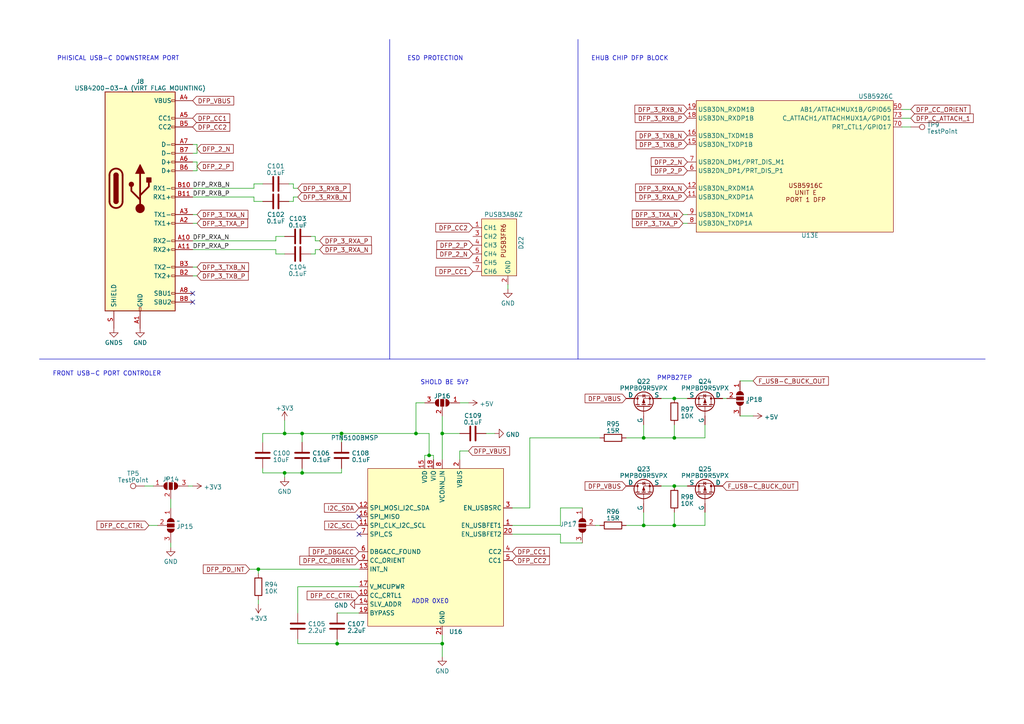
<source format=kicad_sch>
(kicad_sch (version 20230121) (generator eeschema)
  (paper "A4")
  (title_block (title "200W USB PD 3.1 HUB") (date "2023-10-03") (rev "A") (company "MICK MAKE") (comment 1 "THIS IS A 2X 100W USB PD SOURCE ") (comment 2 "HUB USB SPEC 3.1") (comment 3 "TOTAL SYSTEM POWER IS ~275w"))
  (lib_symbols
    (symbol "CARTHING:PTN5100"
      (property "Reference" "U" (at -20.32 24.13 0))
      (symbol "PTN5100_1_1"
        (rectangle (start -21.59 22.86) (end 17.78 -22.86) (fill (type background)))
        (pin output line (at 20.32 6.35 180) (length 2.54) (name "EN_USBFET1") (number "1"))
        (pin input line (at -24.13 -13.97 0) (length 2.54) (name "CC_CRTL1") (number "10"))
        (pin input line (at -24.13 6.35 0) (length 2.54) (name "SPI_CLK_I2C_SCL") (number "11"))
        (pin bidirectional line (at -24.13 11.43 0) (length 2.54) (name "SPI_MOSI_I2C_SDA") (number "12"))
        (pin output line (at -24.13 -6.35 0) (length 2.54) (name "INT_N") (number "13"))
        (pin input line (at -24.13 -16.51 0) (length 2.54) (name "SLV_ADDR") (number "14"))
        (pin power_in line (at -5.08 25.4 270) (length 2.54) (name "VDD") (number "15"))
        (pin output line (at -24.13 8.89 0) (length 2.54) (name "SPI_MISO") (number "16"))
        (pin output line (at -24.13 -11.43 0) (length 2.54) (name "V_MCUPWR") (number "17"))
        (pin power_in line (at -2.54 25.4 270) (length 2.54) (name "VIO") (number "18"))
        (pin unspecified line (at -24.13 -19.05 0) (length 2.54) (name "BYPASS") (number "19"))
        (pin power_in line (at 5.08 25.4 270) (length 2.54) (name "VBUS") (number "2"))
        (pin output line (at 20.32 3.81 180) (length 2.54) (name "EN_USBFET2") (number "20"))
        (pin power_in line (at 0 -25.4 90) (length 2.54) (name "GND") (number "21"))
        (pin output line (at 20.32 11.43 180) (length 2.54) (name "EN_USBSRC") (number "3"))
        (pin bidirectional line (at 20.32 -1.27 180) (length 2.54) (name "CC2") (number "4"))
        (pin bidirectional line (at 20.32 -3.81 180) (length 2.54) (name "CC1") (number "5"))
        (pin output line (at -24.13 -1.27 0) (length 2.54) (name "DBGACC_FOUND") (number "6"))
        (pin input line (at -24.13 3.81 0) (length 2.54) (name "SPI_CS") (number "7"))
        (pin input line (at 0 25.4 270) (length 2.54) (name "VCONN_IN") (number "8"))
        (pin output line (at -24.13 -3.81 0) (length 2.54) (name "CC_ORIENT") (number "9"))
      )
    )
    (symbol "CARTHING:PUSB3FR6"
      (property "Reference" "D" (at -1.27 8.89 0))
      (symbol "PUSB3FR6_1_1"
        (rectangle (start -5.08 7.62) (end 5.08 -8.89) (fill (type background)))
        (text "PUSB3FR6" (at 1.27 1.27 900) (effects (font (size 1.27 1.27))))
        (pin passive line (at -7.62 5.08 0) (length 2.54) (name "CH1") (number "1"))
        (pin power_in line (at 2.54 -11.43 90) (length 2.54) (name "GND") (number "2"))
        (pin passive line (at -7.62 2.54 0) (length 2.54) (name "CH2") (number "3"))
        (pin passive line (at -7.62 0 0) (length 2.54) (name "CH3") (number "4"))
        (pin passive line (at -7.62 -2.54 0) (length 2.54) (name "CH4") (number "5"))
        (pin passive line (at -7.62 -5.08 0) (length 2.54) (name "CH5") (number "6"))
        (pin passive line (at -7.62 -7.62 0) (length 2.54) (name "CH6") (number "7"))
      )
    )
    (symbol "CARTHING:USB5916C"
      (property "Reference" "U13" (at -1.27 12.3919 0))
      (property "Value" "~" (at -7.62 31.75 0))
      (symbol "USB5916C_1_1"
        (rectangle (start -16.51 11.43) (end 13.97 -20.32) (fill (type background)))
        (text "USB5916C\nUNIT A\nPOWER INPUT\n" (at -1.27 1.27 0) (effects (font (size 1.27 1.27))))
        (pin power_in line (at 16.51 8.89 180) (length 2.54) (name "VDD12") (number "10"))
        (pin power_in line (at -1.27 -22.86 90) (length 2.54) (name "VSS/GND") (number "101"))
        (pin power_in line (at 16.51 6.35 180) (length 2.54) (name "VDD12") (number "17"))
        (pin power_in line (at -19.05 8.89 0) (length 2.54) (name "VDD33") (number "2"))
        (pin power_in line (at 16.51 3.81 180) (length 2.54) (name "VDD12") (number "26"))
        (pin power_in line (at -19.05 3.81 0) (length 2.54) (name "VDD33") (number "27"))
        (pin power_in line (at 16.51 1.27 180) (length 2.54) (name "VDD12") (number "32"))
        (pin power_in line (at 16.51 -1.27 180) (length 2.54) (name "VDD12") (number "39"))
        (pin power_in line (at -19.05 1.27 0) (length 2.54) (name "VDD33") (number "42"))
        (pin power_in line (at 16.51 -3.81 180) (length 2.54) (name "VDD12") (number "47"))
        (pin power_in line (at -19.05 6.35 0) (length 2.54) (name "VDD33") (number "5"))
        (pin power_in line (at -19.05 -1.27 0) (length 2.54) (name "VDD33") (number "54"))
        (pin power_in line (at 16.51 -6.35 180) (length 2.54) (name "VDD12") (number "59"))
        (pin power_in line (at -19.05 -3.81 0) (length 2.54) (name "VDD33") (number "64"))
        (pin power_in line (at -19.05 -6.35 0) (length 2.54) (name "VDD33") (number "72"))
        (pin power_in line (at 16.51 -8.89 180) (length 2.54) (name "VDD12") (number "78"))
        (pin power_in line (at 16.51 -11.43 180) (length 2.54) (name "VDD12") (number "83"))
        (pin power_in line (at 16.51 -13.97 180) (length 2.54) (name "VDD12") (number "90"))
        (pin power_in line (at -19.05 -8.89 0) (length 2.54) (name "VDD33") (number "93"))
        (pin power_in line (at 16.51 -16.51 180) (length 2.54) (name "VDD12") (number "98"))
      )
      (symbol "USB5916C_2_1"
        (rectangle (start -26.67 11.43) (end 27.94 -13.97) (fill (type background)))
        (text "USB5916C\nUNIT B\nCONFIG & SUPPORT\n" (at -5.08 -1.27 0) (effects (font (size 1.27 1.27))))
        (pin input line (at -29.21 -8.89 0) (length 2.54) (name "RBAIS") (number "1"))
        (pin input line (at 30.48 -11.43 180) (length 2.54) (name "CFG_STRAP/GPIO12") (number "20"))
        (pin input line (at -29.21 -1.27 0) (length 2.54) (name "TESTEN") (number "23"))
        (pin input line (at -29.21 -3.81 0) (length 2.54) (name "RESET_N") (number "25"))
        (pin input line (at -29.21 8.89 0) (length 2.54) (name "XTALI/CLKIN") (number "3"))
        (pin input line (at -29.21 3.81 0) (length 2.54) (name "XTALO") (number "4"))
        (pin input line (at 30.48 8.89 180) (length 2.54) (name "HOST_TYPE0/GPIO23") (number "53"))
        (pin input line (at 30.48 6.35 180) (length 2.54) (name "HOST_TYPE1/GPIO67") (number "55"))
        (pin unspecified line (at 30.48 -1.27 180) (length 2.54) (name "CC_POL/GPIO71") (number "61"))
        (pin input line (at 30.48 1.27 180) (length 2.54) (name "ALT_MUX_EN/GPIO70") (number "63"))
        (pin input line (at 30.48 -6.35 180) (length 2.54) (name "SUSP_IND/GPIO68") (number "77"))
      )
      (symbol "USB5916C_3_1"
        (rectangle (start -34.29 11.43) (end 27.94 -6.35) (fill (type background)))
        (text "USB5916C\nUNIT C\nCOMMS & GPIO\n" (at 0 0 0) (effects (font (size 1.27 1.27))))
        (pin input line (at 30.48 7.62 180) (length 2.54) (name "SMBDATA/GPIO6/SDA") (number "47"))
        (pin input line (at -36.83 0 0) (length 2.54) (name "SPI_CLK/GPIO4") (number "65"))
        (pin input line (at -36.83 2.54 0) (length 2.54) (name "SPI_DO/GPIO5") (number "66"))
        (pin input line (at -36.83 5.08 0) (length 2.54) (name "SPI_DI/GPIO9/CFG_BC_EN") (number "67"))
        (pin input line (at -36.83 7.62 0) (length 2.54) (name "SPI_CE_N/GPIO7/CFG_NON_REM") (number "68"))
        (pin bidirectional line (at 30.48 0 180) (length 2.54) (name "GPIO69") (number "69"))
        (pin bidirectional line (at 30.48 -2.54 180) (length 2.54) (name "GPIO66") (number "71"))
        (pin input line (at 30.48 5.08 180) (length 2.54) (name "SMBCLK/GPIO8/SCL") (number "75"))
      )
      (symbol "USB5916C_4_1"
        (rectangle (start -26.67 11.43) (end 30.48 -26.67) (fill (type background)))
        (text "USB5916C\nUNIT D\nPORT 0/A UFP\n" (at 1.27 -2.54 0) (effects (font (size 1.27 1.27))))
        (pin unspecified line (at 33.02 -24.13 180) (length 2.54) (name "USB3UP_RXDMA") (number "100"))
        (pin input line (at -29.21 -19.05 0) (length 2.54) (name "VBUS_DET") (number "24"))
        (pin unspecified line (at -29.21 -24.13 0) (length 2.54) (name "AB0/ATTCHMUX0B/GPIO3") (number "60"))
        (pin input line (at -29.21 -21.59 0) (length 2.54) (name "C_ATTACH0/ATTACHMUX0A/GPIO64") (number "76"))
        (pin unspecified line (at 33.02 8.89 180) (length 2.54) (name "USB3UP_TXDPB") (number "81"))
        (pin unspecified line (at 33.02 6.35 180) (length 2.54) (name "USB3UP_TXDMB") (number "82"))
        (pin unspecified line (at 33.02 1.27 180) (length 2.54) (name "USB3UP_RXDPB") (number "84"))
        (pin unspecified line (at 33.02 -1.27 180) (length 2.54) (name "USB3UP_RXDMB") (number "85"))
        (pin unspecified line (at 33.02 -6.35 180) (length 2.54) (name "USB2UP_DP") (number "94"))
        (pin unspecified line (at 33.02 -8.89 180) (length 2.54) (name "USB2UP_DM") (number "95"))
        (pin unspecified line (at 33.02 -13.97 180) (length 2.54) (name "USB3UP_TXDPA") (number "96"))
        (pin unspecified line (at 33.02 -16.51 180) (length 2.54) (name "USB3UP_TXDMA") (number "97"))
        (pin unspecified line (at 33.02 -21.59 180) (length 2.54) (name "USB3UP_RXDPA") (number "99"))
      )
      (symbol "USB5916C_5_1"
        (rectangle (start -25.4 11.43) (end 31.75 -26.67) (fill (type background)))
        (text "USB5916C\nUNIT E\nPORT 1 DFP\n" (at 0 0 0) (effects (font (size 1.27 1.27))))
        (pin unspecified line (at 34.29 1.27 180) (length 2.54) (name "USB3DN_RXDP1A") (number "11"))
        (pin unspecified line (at 34.29 -1.27 180) (length 2.54) (name "USB3DN_RXDM1A") (number "12"))
        (pin unspecified line (at 34.29 -13.97 180) (length 2.54) (name "USB3DN_TXDP1B") (number "15"))
        (pin unspecified line (at 34.29 -16.51 180) (length 2.54) (name "USB3DN_TXDM1B") (number "16"))
        (pin unspecified line (at 34.29 -21.59 180) (length 2.54) (name "USB3DN_RXDP1B") (number "18"))
        (pin unspecified line (at 34.29 -24.13 180) (length 2.54) (name "USB3DN_RXDM1B") (number "19"))
        (pin unspecified line (at -27.94 -24.13 0) (length 2.54) (name "AB1/ATTACHMUX1B/GPIO65") (number "50"))
        (pin unspecified line (at 34.29 -6.35 180) (length 2.54) (name "USB2DN_DP1/PRT_DIS_P1") (number "6"))
        (pin unspecified line (at 34.29 -8.89 180) (length 2.54) (name "USB2DN_DM1/PRT_DIS_M1") (number "7"))
        (pin unspecified line (at -27.94 -19.05 0) (length 2.54) (name "PRT_CTL1/GPIO17") (number "70"))
        (pin input line (at -27.94 -21.59 0) (length 2.54) (name "C_ATTACH1/ATTACHMUX1A/GPIO1") (number "73"))
        (pin unspecified line (at 34.29 8.89 180) (length 2.54) (name "USB3DN_TXDP1A") (number "8"))
        (pin unspecified line (at 34.29 6.35 180) (length 2.54) (name "USB3DN_TXDM1A") (number "9"))
      )
      (symbol "USB5916C_6_1"
        (rectangle (start -17.78 11.43) (end 19.05 -11.43) (fill (type background)))
        (text "USB5916C\nUNIT F\nPORT 2 DFP\n" (at -10.16 0 0) (effects (font (size 1.27 1.27))))
        (pin unspecified line (at 21.59 8.89 180) (length 2.54) (name "USB2DN_DP2/PRT_DIS_P2") (number "28"))
        (pin unspecified line (at 21.59 6.35 180) (length 2.54) (name "USB2DN_DM2/PRT_DIS_M2") (number "29"))
        (pin unspecified line (at 21.59 1.27 180) (length 2.54) (name "USB3DN_TXDP2") (number "30"))
        (pin unspecified line (at 21.59 -1.27 180) (length 2.54) (name "USB3DN_TXDM2") (number "31"))
        (pin unspecified line (at 21.59 -6.35 180) (length 2.54) (name "USB3DN_RXDP2") (number "33"))
        (pin unspecified line (at 21.59 -8.89 180) (length 2.54) (name "USB3DN_RXDM2") (number "34"))
        (pin unspecified line (at -20.32 -8.89 0) (length 2.54) (name "PRT_CTL2/GPIO19") (number "58"))
      )
      (symbol "USB5916C_7_1"
        (rectangle (start -22.86 11.43) (end 24.13 -11.43) (fill (type background)))
        (text "USB5916C\nUNIT G\nPORT 3 DFP\n" (at -5.08 0 0) (effects (font (size 1.27 1.27))))
        (pin unspecified line (at 26.67 8.89 180) (length 2.54) (name "USB2DN_DP3/PRT_DIS_P3") (number "35"))
        (pin unspecified line (at 26.67 6.35 180) (length 2.54) (name "USB2DN_DM3/PRT_DIS_M3") (number "36"))
        (pin unspecified line (at 26.67 1.27 180) (length 2.54) (name "USB3DN_TXDP3") (number "37"))
        (pin unspecified line (at 26.67 -1.27 180) (length 2.54) (name "USB3DN_TXDM3") (number "38"))
        (pin unspecified line (at 26.67 -6.35 180) (length 2.54) (name "USB3DN_RXDP3") (number "40"))
        (pin unspecified line (at 26.67 -8.89 180) (length 2.54) (name "USB3DN_RXDM3") (number "41"))
        (pin unspecified line (at -25.4 -8.89 0) (length 2.54) (name "PRT_CTL3/GANG_PWR/GPIO20") (number "57"))
      )
      (symbol "USB5916C_8_1"
        (rectangle (start -17.78 11.43) (end 19.05 -11.43) (fill (type background)))
        (text "USB5916C\nUNIT H\nPORT 4 DFP\n" (at -10.16 0 0) (effects (font (size 1.27 1.27))))
        (pin unspecified line (at 21.59 8.89 180) (length 2.54) (name "USB2DN_DP4/PRT_DIS_P4") (number "43"))
        (pin unspecified line (at 21.59 6.35 180) (length 2.54) (name "USB2DN_DM4/PRT_DIS_M4") (number "44"))
        (pin unspecified line (at 21.59 1.27 180) (length 2.54) (name "USB3DN_TXDP4") (number "45"))
        (pin unspecified line (at 21.59 -1.27 180) (length 2.54) (name "USB3DN_TXDM4") (number "46"))
        (pin unspecified line (at 21.59 -6.35 180) (length 2.54) (name "USB3DN_RXDP4") (number "48"))
        (pin unspecified line (at 21.59 -8.89 180) (length 2.54) (name "USB3DN_RXDM4") (number "49"))
        (pin unspecified line (at -20.32 -8.89 0) (length 2.54) (name "PRT_CTL4/GPIO21") (number "52"))
      )
      (symbol "USB5916C_9_1"
        (rectangle (start -17.78 11.43) (end 19.05 -11.43) (fill (type background)))
        (text "USB5916C\nUNIT I\nPORT 5 DFP\n" (at -10.16 0 0) (effects (font (size 1.27 1.27))))
        (pin unspecified line (at -20.32 -8.89 0) (length 2.54) (name "PRT_CTL5/GPIO22") (number "51"))
        (pin unspecified line (at 21.59 8.89 180) (length 2.54) (name "USB2DN_D5/PRT_DIS_P5") (number "86"))
        (pin unspecified line (at 21.59 6.35 180) (length 2.54) (name "USB2DN_DM5/PRT_DIS_M5") (number "87"))
        (pin unspecified line (at 21.59 1.27 180) (length 2.54) (name "USB3DN_TXDP5") (number "88"))
        (pin unspecified line (at 21.59 -1.27 180) (length 2.54) (name "USB3DN_TXDM5") (number "89"))
        (pin unspecified line (at 21.59 -6.35 180) (length 2.54) (name "USB3DN_RXDP5") (number "91"))
        (pin unspecified line (at 21.59 -8.89 180) (length 2.54) (name "USB3DN_RXDM5") (number "92"))
      )
      (symbol "USB5916C_10_1"
        (rectangle (start -20.32 11.43) (end 21.59 -1.27) (fill (type background)))
        (text "USB5916C\nUNIT J\nPORT 6 DFP\nUSB2 ONLY\n" (at -12.7 6.35 0) (effects (font (size 1.27 1.27))))
        (pin unspecified line (at 24.13 6.35 180) (length 2.54) (name "USB2DN_DP6/PRT_DIS_P6") (number "13"))
        (pin unspecified line (at 24.13 8.89 180) (length 2.54) (name "USB2DN_DM6/PRT_DIS_M6") (number "14"))
        (pin unspecified line (at 24.13 1.27 180) (length 2.54) (name "PRT_CTL6/GPIO18") (number "62"))
      )
    )
    (symbol "Connector:TestPoint" (pin_numbers hide) (pin_names (offset 0.762) hide)
      (property "Reference" "TP" (at 0 6.858 0))
      (property "Value" "TestPoint" (at 0 5.08 0))
      (symbol "TestPoint_0_1"
        (circle (center 0 3.302) (radius 0.762))
      )
      (symbol "TestPoint_1_1"
        (pin passive line (at 0 0 90) (length 2.54) (name "1") (number "1"))
      )
    )
    (symbol "Connector:USB_C_Receptacle" (pin_names (offset 1.016))
      (property "Reference" "J8" (at 0 30.9499 0))
      (property "Value" "USB4200-03-A (VIRT FLAG MOUNTING)" (at 0 29.0289 0))
      (symbol "USB_C_Receptacle_0_0"
        (rectangle (start -0.254 -35.56) (end 0.254 -34.544))
        (rectangle (start 10.16 -32.766) (end 9.144 -33.274))
        (rectangle (start 10.16 -30.226) (end 9.144 -30.734))
        (rectangle (start 10.16 -25.146) (end 9.144 -25.654))
        (rectangle (start 10.16 -22.606) (end 9.144 -23.114))
        (rectangle (start 10.16 -17.526) (end 9.144 -18.034))
        (rectangle (start 10.16 -14.986) (end 9.144 -15.494))
        (rectangle (start 10.16 -9.906) (end 9.144 -10.414))
        (rectangle (start 10.16 -7.366) (end 9.144 -7.874))
        (rectangle (start 10.16 -2.286) (end 9.144 -2.794))
        (rectangle (start 10.16 0.254) (end 9.144 -0.254))
        (rectangle (start 10.16 5.334) (end 9.144 4.826))
        (rectangle (start 10.16 7.874) (end 9.144 7.366))
        (rectangle (start 10.16 10.414) (end 9.144 9.906))
        (rectangle (start 10.16 12.954) (end 9.144 12.446))
        (rectangle (start 10.16 18.034) (end 9.144 17.526))
        (rectangle (start 10.16 20.574) (end 9.144 20.066))
        (rectangle (start 10.16 25.654) (end 9.144 25.146))
      )
      (symbol "USB_C_Receptacle_0_1"
        (rectangle (start -10.16 27.94) (end 10.16 -35.56) (stroke (width 0.254)) (fill (type background)))
        (arc (start -8.89 -3.81) (mid -6.985 -5.7067) (end -5.08 -3.81) (stroke (width 0.508)))
        (arc (start -7.62 -3.81) (mid -6.985 -4.4423) (end -6.35 -3.81) (stroke (width 0.254)))
        (arc (start -7.62 -3.81) (mid -6.985 -4.4423) (end -6.35 -3.81) (stroke (width 0.254)) (fill (type outline)))
        (rectangle (start -7.62 -3.81) (end -6.35 3.81) (stroke (width 0.254)) (fill (type outline)))
        (arc (start -6.35 3.81) (mid -6.985 4.4423) (end -7.62 3.81) (stroke (width 0.254)))
        (arc (start -6.35 3.81) (mid -6.985 4.4423) (end -7.62 3.81) (stroke (width 0.254)) (fill (type outline)))
        (arc (start -5.08 3.81) (mid -6.985 5.7067) (end -8.89 3.81) (stroke (width 0.508)))
        (polyline (pts (xy -8.89 -3.81) (xy -8.89 3.81)) (stroke (width 0.508)))
        (polyline (pts (xy -5.08 3.81) (xy -5.08 -3.81)) (stroke (width 0.508)))
      )
      (symbol "USB_C_Receptacle_1_1"
        (circle (center -2.54 1.143) (radius 0.635) (stroke (width 0.254)) (fill (type outline)))
        (circle (center 0 -5.842) (radius 1.27) (fill (type outline)))
        (polyline (pts (xy 0 -5.842) (xy 0 4.318)) (stroke (width 0.508)))
        (polyline (pts (xy 0 -3.302) (xy -2.54 -0.762) (xy -2.54 0.508)) (stroke (width 0.508)))
        (polyline (pts (xy 0 -2.032) (xy 2.54 0.508) (xy 2.54 1.778)) (stroke (width 0.508)))
        (polyline (pts (xy -1.27 4.318) (xy 0 6.858) (xy 1.27 4.318) (xy -1.27 4.318)) (stroke (width 0.254)) (fill (type outline)))
        (rectangle (start 1.905 1.778) (end 3.175 3.048) (stroke (width 0.254)) (fill (type outline)))
        (pin passive line (at 0 -40.64 90) (length 5.08) (name "GND") (number "A1"))
        (pin bidirectional line (at 15.24 -15.24 180) (length 5.08) (name "RX2-") (number "A10"))
        (pin bidirectional line (at 15.24 -17.78 180) (length 5.08) (name "RX2+") (number "A11"))
        (pin passive line (at 0 -40.64 90) (length 5.08) hide (name "GND") (number "A12"))
        (pin bidirectional line (at 15.24 -10.16 180) (length 5.08) (name "TX1+") (number "A2"))
        (pin bidirectional line (at 15.24 -7.62 180) (length 5.08) (name "TX1-") (number "A3"))
        (pin passive line (at 15.24 25.4 180) (length 5.08) (name "VBUS") (number "A4"))
        (pin bidirectional line (at 15.24 20.32 180) (length 5.08) (name "CC1") (number "A5"))
        (pin bidirectional line (at 15.24 7.62 180) (length 5.08) (name "D+") (number "A6"))
        (pin bidirectional line (at 15.24 12.7 180) (length 5.08) (name "D-") (number "A7"))
        (pin bidirectional line (at 15.24 -30.48 180) (length 5.08) (name "SBU1") (number "A8"))
        (pin passive line (at 15.24 25.4 180) (length 5.08) hide (name "VBUS") (number "A9"))
        (pin passive line (at 0 -40.64 90) (length 5.08) hide (name "GND") (number "B1"))
        (pin bidirectional line (at 15.24 0 180) (length 5.08) (name "RX1-") (number "B10"))
        (pin bidirectional line (at 15.24 -2.54 180) (length 5.08) (name "RX1+") (number "B11"))
        (pin passive line (at 0 -40.64 90) (length 5.08) hide (name "GND") (number "B12"))
        (pin bidirectional line (at 15.24 -25.4 180) (length 5.08) (name "TX2+") (number "B2"))
        (pin bidirectional line (at 15.24 -22.86 180) (length 5.08) (name "TX2-") (number "B3"))
        (pin passive line (at 15.24 25.4 180) (length 5.08) hide (name "VBUS") (number "B4"))
        (pin bidirectional line (at 15.24 17.78 180) (length 5.08) (name "CC2") (number "B5"))
        (pin bidirectional line (at 15.24 5.08 180) (length 5.08) (name "D+") (number "B6"))
        (pin bidirectional line (at 15.24 10.16 180) (length 5.08) (name "D-") (number "B7"))
        (pin bidirectional line (at 15.24 -33.02 180) (length 5.08) (name "SBU2") (number "B8"))
        (pin passive line (at 15.24 25.4 180) (length 5.08) hide (name "VBUS") (number "B9"))
        (pin passive line (at -7.62 -40.64 90) (length 5.08) (name "SHIELD") (number "S"))
      )
    )
    (symbol "Device:C" (pin_numbers hide) (pin_names (offset 0.254))
      (property "Reference" "C" (at 0.635 2.54 0))
      (property "Value" "C" (at 0.635 -2.54 0))
      (symbol "C_0_1"
        (polyline (pts (xy -2.032 -0.762) (xy 2.032 -0.762)) (stroke (width 0.508)))
        (polyline (pts (xy -2.032 0.762) (xy 2.032 0.762)) (stroke (width 0.508)))
      )
      (symbol "C_1_1"
        (pin passive line (at 0 3.81 270) (length 2.794) (name "~") (number "1"))
        (pin passive line (at 0 -3.81 90) (length 2.794) (name "~") (number "2"))
      )
    )
    (symbol "Device:R" (pin_numbers hide) (pin_names (offset 0))
      (property "Reference" "R" (at 2.032 0 90))
      (property "Value" "R" (at 0 0 90))
      (symbol "R_0_1"
        (rectangle (start -1.016 -2.54) (end 1.016 2.54) (stroke (width 0.254)))
      )
      (symbol "R_1_1"
        (pin passive line (at 0 3.81 270) (length 1.27) (name "~") (number "1"))
        (pin passive line (at 0 -3.81 90) (length 1.27) (name "~") (number "2"))
      )
    )
    (symbol "Jumper:SolderJumper_3_Open" (pin_names (offset 0) hide)
      (property "Reference" "JP" (at -2.54 -2.54 0))
      (property "Value" "SolderJumper_3_Open" (at 0 2.794 0))
      (symbol "SolderJumper_3_Open_0_1"
        (arc (start -1.016 1.016) (mid -2.0276 0) (end -1.016 -1.016))
        (arc (start -1.016 1.016) (mid -2.0276 0) (end -1.016 -1.016) (fill (type outline)))
        (rectangle (start -0.508 1.016) (end 0.508 -1.016) (fill (type outline)))
        (polyline (pts (xy -2.54 0) (xy -2.032 0)))
        (polyline (pts (xy -1.016 1.016) (xy -1.016 -1.016)))
        (polyline (pts (xy 0 -1.27) (xy 0 -1.016)))
        (polyline (pts (xy 1.016 1.016) (xy 1.016 -1.016)))
        (polyline (pts (xy 2.54 0) (xy 2.032 0)))
        (arc (start 1.016 -1.016) (mid 2.0276 0) (end 1.016 1.016))
        (arc (start 1.016 -1.016) (mid 2.0276 0) (end 1.016 1.016) (fill (type outline)))
      )
      (symbol "SolderJumper_3_Open_1_1"
        (pin passive line (at -5.08 0 0) (length 2.54) (name "A") (number "1"))
        (pin passive line (at 0 -3.81 90) (length 2.54) (name "C") (number "2"))
        (pin passive line (at 5.08 0 180) (length 2.54) (name "B") (number "3"))
      )
    )
    (symbol "Simulation_SPICE:PMOS" (pin_numbers hide) (pin_names (offset 0))
      (property "Reference" "Q22" (at 7.4549 0 90))
      (property "Value" "PMOS" (at 5.5339 0 90))
      (symbol "PMOS_0_1"
        (polyline (pts (xy 0.254 0) (xy -2.54 0)))
        (polyline (pts (xy 0.254 1.905) (xy 0.254 -1.905)) (stroke (width 0.254)))
        (polyline (pts (xy 0.762 -1.27) (xy 0.762 -2.286)) (stroke (width 0.254)))
        (polyline (pts (xy 0.762 0.508) (xy 0.762 -0.508)) (stroke (width 0.254)))
        (polyline (pts (xy 0.762 2.286) (xy 0.762 1.27)) (stroke (width 0.254)))
        (polyline (pts (xy 2.54 2.54) (xy 2.54 1.778)))
        (polyline (pts (xy 2.54 -2.54) (xy 2.54 0) (xy 0.762 0)))
        (polyline (pts (xy 0.762 1.778) (xy 3.302 1.778) (xy 3.302 -1.778) (xy 0.762 -1.778)))
        (polyline (pts (xy 2.286 0) (xy 1.27 0.381) (xy 1.27 -0.381) (xy 2.286 0)) (fill (type outline)))
        (polyline (pts (xy 2.794 -0.508) (xy 2.921 -0.381) (xy 3.683 -0.381) (xy 3.81 -0.254)))
        (polyline (pts (xy 3.302 -0.381) (xy 2.921 0.254) (xy 3.683 0.254) (xy 3.302 -0.381)))
        (circle (center 1.651 0) (radius 2.794) (stroke (width 0.254)))
        (circle (center 2.54 -1.778) (radius 0.254) (fill (type outline)))
        (circle (center 2.54 1.778) (radius 0.254) (fill (type outline)))
      )
      (symbol "PMOS_1_1"
        (pin passive line (at 2.54 5.08 270) (length 2.54) (name "D") (number "1"))
        (pin passive line (at 2.54 5.08 270) (length 2.54) (name "D") (number "2"))
        (pin input line (at -5.08 0 0) (length 2.54) (name "G") (number "3"))
        (pin passive line (at 2.54 -5.08 90) (length 2.54) (name "S") (number "4"))
        (pin passive line (at 2.54 5.08 270) (length 2.54) (name "D") (number "5"))
        (pin passive line (at 2.54 5.08 270) (length 2.54) (name "D") (number "6"))
        (pin passive line (at 2.54 5.08 270) (length 2.54) (name "D") (number "7"))
        (pin passive line (at 2.54 -5.08 90) (length 2.54) (name "S") (number "8"))
      )
    )
    (symbol "power:+3V3" (power) (pin_names (offset 0))
      (property "Value" "+3V3" (at 0 3.556 0))
      (symbol "+3V3_0_1"
        (polyline (pts (xy -0.762 1.27) (xy 0 2.54)))
        (polyline (pts (xy 0 0) (xy 0 2.54)))
        (polyline (pts (xy 0 2.54) (xy 0.762 1.27)))
      )
      (symbol "+3V3_1_1"
        (pin power_in line (at 0 0 90) (length 0) hide (name "+3V3") (number "1"))
      )
    )
    (symbol "power:+5V" (power) (pin_names (offset 0))
      (property "Value" "+5V" (at 0 3.556 0))
      (symbol "+5V_0_1"
        (polyline (pts (xy -0.762 1.27) (xy 0 2.54)))
        (polyline (pts (xy 0 0) (xy 0 2.54)))
        (polyline (pts (xy 0 2.54) (xy 0.762 1.27)))
      )
      (symbol "+5V_1_1"
        (pin power_in line (at 0 0 90) (length 0) hide (name "+5V") (number "1"))
      )
    )
    (symbol "power:GND" (power) (pin_names (offset 0))
      (property "Value" "GND" (at 0 -3.81 0))
      (symbol "GND_0_1"
        (polyline (pts (xy 0 0) (xy 0 -1.27) (xy 1.27 -1.27) (xy 0 -2.54) (xy -1.27 -1.27) (xy 0 -1.27)))
      )
      (symbol "GND_1_1"
        (pin power_in line (at 0 0 270) (length 0) hide (name "GND") (number "1"))
      )
    )
    (symbol "power:GNDS" (power) (pin_names (offset 0))
      (property "Value" "GNDS" (at 0 -3.81 0))
      (symbol "GNDS_0_1"
        (polyline (pts (xy 0 0) (xy 0 -1.27) (xy 1.27 -1.27) (xy 0 -2.54) (xy -1.27 -1.27) (xy 0 -1.27)))
      )
      (symbol "GNDS_1_1"
        (pin power_in line (at 0 0 270) (length 0) hide (name "GNDS") (number "1"))
      )
    )
  )
  (junction (at 128.27 186.69))
  (junction (at 74.93 165.1))
  (junction (at 87.63 137.16))
  (junction (at 97.79 186.69))
  (junction (at 195.58 127))
  (junction (at 87.63 125.73))
  (junction (at 128.27 125.73))
  (junction (at 82.55 125.73))
  (junction (at 195.58 115.57))
  (junction (at 186.69 127))
  (junction (at 120.65 125.73))
  (junction (at 195.58 152.4))
  (junction (at 124.46 132.08))
  (junction (at 99.06 125.73))
  (junction (at 195.58 140.97))
  (junction (at 82.55 137.16))
  (junction (at 186.69 152.4))
  (no_connect (at 55.88 87.63))
  (no_connect (at 104.14 149.86))
  (no_connect (at 104.14 154.94))
  (no_connect (at 55.88 85.09))
  (wire (pts (xy 57.15 44.45) (xy 57.15 41.91)))
  (wire (pts (xy 55.88 69.85) (xy 80.01 69.85)))
  (wire (pts (xy 43.18 152.4) (xy 45.72 152.4)))
  (wire (pts (xy 124.46 132.08) (xy 123.19 132.08)))
  (wire (pts (xy 148.59 152.4) (xy 162.56 152.4)))
  (wire (pts (xy 172.72 152.4) (xy 173.99 152.4)))
  (wire (pts (xy 55.88 57.15) (xy 73.66 57.15)))
  (wire (pts (xy 198.12 62.23) (xy 199.39 62.23)))
  (wire (pts (xy 55.88 77.47) (xy 57.15 77.47)))
  (wire (pts (xy 55.88 80.01) (xy 57.15 80.01)))
  (wire (pts (xy 82.55 137.16) (xy 82.55 138.43)))
  (wire (pts (xy 195.58 148.59) (xy 195.58 152.4)))
  (wire (pts (xy 133.35 130.81) (xy 135.89 130.81)))
  (wire (pts (xy 41.91 140.97) (xy 44.45 140.97)))
  (wire (pts (xy 57.15 46.99) (xy 55.88 46.99)))
  (wire (pts (xy 186.69 148.59) (xy 186.69 152.4)))
  (wire (pts (xy 74.93 165.1) (xy 74.93 166.37)))
  (wire (pts (xy 72.39 165.1) (xy 74.93 165.1)))
  (wire (pts (xy 82.55 137.16) (xy 87.63 137.16)))
  (wire (pts (xy 128.27 120.65) (xy 128.27 125.73)))
  (wire (pts (xy 204.47 152.4) (xy 195.58 152.4)))
  (wire (pts (xy 261.62 34.29) (xy 264.16 34.29)))
  (wire (pts (xy 133.35 133.35) (xy 133.35 130.81)))
  (wire (pts (xy 49.53 144.78) (xy 49.53 147.32)))
  (wire (pts (xy 191.77 140.97) (xy 195.58 140.97)))
  (wire (pts (xy 91.44 73.66) (xy 91.44 72.39)))
  (wire (pts (xy 133.35 116.84) (xy 135.89 116.84)))
  (wire (pts (xy 120.65 116.84) (xy 120.65 125.73)))
  (wire (pts (xy 195.58 123.19) (xy 195.58 127)))
  (wire (pts (xy 55.88 62.23) (xy 57.15 62.23)))
  (wire (pts (xy 55.88 49.53) (xy 57.15 49.53)))
  (wire (pts (xy 76.2 125.73) (xy 82.55 125.73)))
  (wire (pts (xy 195.58 127) (xy 204.47 127)))
  (wire (pts (xy 204.47 148.59) (xy 204.47 152.4)))
  (wire (pts (xy 91.44 68.58) (xy 91.44 69.85)))
  (wire (pts (xy 55.88 72.39) (xy 80.01 72.39)))
  (wire (pts (xy 86.36 186.69) (xy 97.79 186.69)))
  (wire (pts (xy 120.65 125.73) (xy 124.46 125.73)))
  (wire (pts (xy 57.15 49.53) (xy 57.15 46.99)))
  (wire (pts (xy 55.88 54.61) (xy 73.66 54.61)))
  (wire (pts (xy 123.19 132.08) (xy 123.19 133.35)))
  (wire (pts (xy 80.01 69.85) (xy 80.01 68.58)))
  (polyline (pts (xy 11.43 104.14) (xy 285.75 104.14)))
  (wire (pts (xy 99.06 137.16) (xy 99.06 135.89)))
  (wire (pts (xy 186.69 127) (xy 195.58 127)))
  (wire (pts (xy 91.44 72.39) (xy 92.71 72.39)))
  (wire (pts (xy 140.97 125.73) (xy 143.51 125.73)))
  (wire (pts (xy 49.53 157.48) (xy 49.53 158.75)))
  (wire (pts (xy 80.01 73.66) (xy 82.55 73.66)))
  (wire (pts (xy 87.63 137.16) (xy 99.06 137.16)))
  (wire (pts (xy 97.79 177.8) (xy 104.14 177.8)))
  (wire (pts (xy 74.93 165.1) (xy 104.14 165.1)))
  (wire (pts (xy 125.73 132.08) (xy 124.46 132.08)))
  (wire (pts (xy 54.61 140.97) (xy 55.88 140.97)))
  (wire (pts (xy 83.82 53.34) (xy 85.09 53.34)))
  (wire (pts (xy 73.66 57.15) (xy 73.66 58.42)))
  (wire (pts (xy 148.59 154.94) (xy 162.56 154.94)))
  (wire (pts (xy 87.63 125.73) (xy 99.06 125.73)))
  (wire (pts (xy 87.63 135.89) (xy 87.63 137.16)))
  (wire (pts (xy 128.27 186.69) (xy 128.27 190.5)))
  (wire (pts (xy 162.56 152.4) (xy 162.56 147.32)))
  (wire (pts (xy 55.88 64.77) (xy 57.15 64.77)))
  (wire (pts (xy 162.56 157.48) (xy 168.91 157.48)))
  (wire (pts (xy 90.17 68.58) (xy 91.44 68.58)))
  (wire (pts (xy 76.2 137.16) (xy 82.55 137.16)))
  (wire (pts (xy 195.58 152.4) (xy 186.69 152.4)))
  (wire (pts (xy 76.2 53.34) (xy 73.66 53.34)))
  (wire (pts (xy 261.62 31.75) (xy 264.16 31.75)))
  (wire (pts (xy 148.59 147.32) (xy 153.67 147.32)))
  (wire (pts (xy 198.12 64.77) (xy 199.39 64.77)))
  (wire (pts (xy 191.77 115.57) (xy 195.58 115.57)))
  (wire (pts (xy 86.36 185.42) (xy 86.36 186.69)))
  (wire (pts (xy 99.06 125.73) (xy 120.65 125.73)))
  (wire (pts (xy 214.63 110.49) (xy 218.44 110.49)))
  (wire (pts (xy 147.32 82.55) (xy 147.32 83.82)))
  (wire (pts (xy 123.19 116.84) (xy 120.65 116.84)))
  (wire (pts (xy 186.69 152.4) (xy 181.61 152.4)))
  (wire (pts (xy 153.67 127) (xy 173.99 127)))
  (wire (pts (xy 73.66 53.34) (xy 73.66 54.61)))
  (wire (pts (xy 86.36 177.8) (xy 86.36 170.18)))
  (wire (pts (xy 87.63 125.73) (xy 87.63 128.27)))
  (wire (pts (xy 83.82 58.42) (xy 85.09 58.42)))
  (wire (pts (xy 85.09 53.34) (xy 85.09 54.61)))
  (wire (pts (xy 186.69 123.19) (xy 186.69 127)))
  (wire (pts (xy 214.63 120.65) (xy 218.44 120.65)))
  (wire (pts (xy 195.58 140.97) (xy 199.39 140.97)))
  (wire (pts (xy 85.09 57.15) (xy 86.36 57.15)))
  (wire (pts (xy 82.55 121.92) (xy 82.55 125.73)))
  (wire (pts (xy 162.56 147.32) (xy 168.91 147.32)))
  (wire (pts (xy 181.61 127) (xy 186.69 127)))
  (wire (pts (xy 128.27 125.73) (xy 133.35 125.73)))
  (wire (pts (xy 97.79 186.69) (xy 128.27 186.69)))
  (wire (pts (xy 73.66 58.42) (xy 76.2 58.42)))
  (wire (pts (xy 80.01 72.39) (xy 80.01 73.66)))
  (wire (pts (xy 86.36 170.18) (xy 104.14 170.18)))
  (wire (pts (xy 99.06 125.73) (xy 99.06 128.27)))
  (wire (pts (xy 261.62 36.83) (xy 264.16 36.83)))
  (polyline (pts (xy 167.64 11.43) (xy 167.64 104.14)))
  (wire (pts (xy 76.2 128.27) (xy 76.2 125.73)))
  (wire (pts (xy 55.88 44.45) (xy 57.15 44.45)))
  (wire (pts (xy 153.67 147.32) (xy 153.67 127)))
  (polyline (pts (xy 113.03 11.43) (xy 113.03 104.14)))
  (wire (pts (xy 195.58 115.57) (xy 199.39 115.57)))
  (wire (pts (xy 76.2 135.89) (xy 76.2 137.16)))
  (wire (pts (xy 128.27 184.15) (xy 128.27 186.69)))
  (wire (pts (xy 80.01 68.58) (xy 82.55 68.58)))
  (wire (pts (xy 209.55 115.57) (xy 210.82 115.57)))
  (wire (pts (xy 162.56 154.94) (xy 162.56 157.48)))
  (wire (pts (xy 82.55 125.73) (xy 87.63 125.73)))
  (wire (pts (xy 124.46 125.73) (xy 124.46 132.08)))
  (wire (pts (xy 97.79 185.42) (xy 97.79 186.69)))
  (wire (pts (xy 57.15 41.91) (xy 55.88 41.91)))
  (wire (pts (xy 85.09 58.42) (xy 85.09 57.15)))
  (wire (pts (xy 90.17 73.66) (xy 91.44 73.66)))
  (wire (pts (xy 125.73 133.35) (xy 125.73 132.08)))
  (wire (pts (xy 128.27 125.73) (xy 128.27 133.35)))
  (wire (pts (xy 85.09 54.61) (xy 86.36 54.61)))
  (wire (pts (xy 91.44 69.85) (xy 92.71 69.85)))
  (wire (pts (xy 204.47 127) (xy 204.47 123.19)))
  (wire (pts (xy 74.93 173.99) (xy 74.93 175.26)))
  (text "PHISICAL USB-C DOWNSTREAM PORT" (at 16.51 17.78 0) (effects (font (size 1.27 1.27)) (justify left bottom)))
  (text "PMPB27EP\n" (at 190.5 110.49 0) (effects (font (size 1.27 1.27)) (justify left bottom)))
  (text "FRONT USB-C PORT CONTROLER" (at 15.24 109.22 0) (effects (font (size 1.27 1.27)) (justify left bottom)))
  (text "EHUB CHIP DFP BLOCK" (at 171.45 17.78 0) (effects (font (size 1.27 1.27)) (justify left bottom)))
  (text "SHOLD BE 5V?" (at 121.92 111.76 0) (effects (font (size 1.27 1.27)) (justify left bottom)))
  (text "ADDR 0XE0" (at 119.38 175.26 0) (effects (font (size 1.27 1.27)) (justify left bottom)))
  (text "ESD PROTECTION" (at 118.11 17.78 0) (effects (font (size 1.27 1.27)) (justify left bottom)))
  (label "DFP_RXB_N" (at 55.88 54.61 0))
  (label "DFP_RXA_P" (at 55.88 72.39 0))
  (label "DFP_RXB_P" (at 55.88 57.15 0))
  (label "DFP_RXA_N" (at 55.88 69.85 0))
  (global_label "DFP_3_TXB_P" (shape input) (at 57.15 80.01 0) (property "Intersheetrefs" "${INTERSHEET_REFS}" (effects hide)))
  (global_label "I2C_SCL" (shape input) (at 104.14 152.4 180) (property "Intersheetrefs" "${INTERSHEET_REFS}" (effects hide)))
  (global_label "DFP_3_TXA_N" (shape input) (at 57.15 62.23 0) (property "Intersheetrefs" "${INTERSHEET_REFS}" (effects hide)))
  (global_label "DFP_CC1" (shape input) (at 55.88 34.29 0) (property "Intersheetrefs" "${INTERSHEET_REFS}" (effects hide)))
  (global_label "DFP_3_TXA_P" (shape input) (at 198.12 64.77 180) (property "Intersheetrefs" "${INTERSHEET_REFS}" (effects hide)))
  (global_label "F_USB-C_BUCK_OUT" (shape input) (at 209.55 140.97 0) (property "Intersheetrefs" "${INTERSHEET_REFS}" (effects hide)))
  (global_label "DFP_3_TXB_N" (shape input) (at 57.15 77.47 0) (property "Intersheetrefs" "${INTERSHEET_REFS}" (effects hide)))
  (global_label "DFP_3_TXA_N" (shape input) (at 198.12 62.23 180) (property "Intersheetrefs" "${INTERSHEET_REFS}" (effects hide)))
  (global_label "DFP_CC_ORIENT" (shape input) (at 264.16 31.75 0) (property "Intersheetrefs" "${INTERSHEET_REFS}" (effects hide)))
  (global_label "DFP_3_RXB_P" (shape input) (at 86.36 54.61 0) (property "Intersheetrefs" "${INTERSHEET_REFS}" (effects hide)))
  (global_label "DFP_CC2" (shape input) (at 148.59 162.56 0) (property "Intersheetrefs" "${INTERSHEET_REFS}" (effects hide)))
  (global_label "DFP_3_RXB_N" (shape input) (at 86.36 57.15 0) (property "Intersheetrefs" "${INTERSHEET_REFS}" (effects hide)))
  (global_label "DFP_CC_ORIENT" (shape input) (at 104.14 162.56 180) (property "Intersheetrefs" "${INTERSHEET_REFS}" (effects hide)))
  (global_label "DFP_3_TXB_P" (shape input) (at 199.39 41.91 180) (property "Intersheetrefs" "${INTERSHEET_REFS}" (effects hide)))
  (global_label "DFP_2_N" (shape input) (at 199.39 46.99 180) (property "Intersheetrefs" "${INTERSHEET_REFS}" (effects hide)))
  (global_label "DFP_2_N" (shape input) (at 137.16 73.66 180) (property "Intersheetrefs" "${INTERSHEET_REFS}" (effects hide)))
  (global_label "DFP_VBUS" (shape input) (at 55.88 29.21 0) (property "Intersheetrefs" "${INTERSHEET_REFS}" (effects hide)))
  (global_label "DFP_3_RXA_N" (shape input) (at 92.71 72.39 0) (property "Intersheetrefs" "${INTERSHEET_REFS}" (effects hide)))
  (global_label "DFP_3_TXA_P" (shape input) (at 57.15 64.77 0) (property "Intersheetrefs" "${INTERSHEET_REFS}" (effects hide)))
  (global_label "DFP_DBGACC" (shape input) (at 104.14 160.02 180) (property "Intersheetrefs" "${INTERSHEET_REFS}" (effects hide)))
  (global_label "DFP_VBUS" (shape input) (at 181.61 140.97 180) (property "Intersheetrefs" "${INTERSHEET_REFS}" (effects hide)))
  (global_label "DFP_3_RXB_N" (shape input) (at 199.39 31.75 180) (property "Intersheetrefs" "${INTERSHEET_REFS}" (effects hide)))
  (global_label "DFP_VBUS" (shape input) (at 135.89 130.81 0) (property "Intersheetrefs" "${INTERSHEET_REFS}" (effects hide)))
  (global_label "DFP_3_RXB_P" (shape input) (at 199.39 34.29 180) (property "Intersheetrefs" "${INTERSHEET_REFS}" (effects hide)))
  (global_label "DFP_VBUS" (shape input) (at 181.61 115.57 180) (property "Intersheetrefs" "${INTERSHEET_REFS}" (effects hide)))
  (global_label "DFP_CC_CTRL" (shape input) (at 104.14 172.72 180) (property "Intersheetrefs" "${INTERSHEET_REFS}" (effects hide)))
  (global_label "DFP_3_RXA_P" (shape input) (at 92.71 69.85 0) (property "Intersheetrefs" "${INTERSHEET_REFS}" (effects hide)))
  (global_label "DFP_C_ATTACH_1" (shape input) (at 264.16 34.29 0) (property "Intersheetrefs" "${INTERSHEET_REFS}" (effects hide)))
  (global_label "DFP_CC1" (shape input) (at 137.16 78.74 180) (property "Intersheetrefs" "${INTERSHEET_REFS}" (effects hide)))
  (global_label "DFP_CC1" (shape input) (at 148.59 160.02 0) (property "Intersheetrefs" "${INTERSHEET_REFS}" (effects hide)))
  (global_label "DFP_CC2" (shape input) (at 137.16 66.04 180) (property "Intersheetrefs" "${INTERSHEET_REFS}" (effects hide)))
  (global_label "DFP_3_RXA_N" (shape input) (at 199.39 54.61 180) (property "Intersheetrefs" "${INTERSHEET_REFS}" (effects hide)))
  (global_label "DFP_CC2" (shape input) (at 55.88 36.83 0) (property "Intersheetrefs" "${INTERSHEET_REFS}" (effects hide)))
  (global_label "DFP_2_P" (shape input) (at 199.39 49.53 180) (property "Intersheetrefs" "${INTERSHEET_REFS}" (effects hide)))
  (global_label "DFP_CC_CTRL" (shape input) (at 43.18 152.4 180) (property "Intersheetrefs" "${INTERSHEET_REFS}" (effects hide)))
  (global_label "F_USB-C_BUCK_OUT" (shape input) (at 218.44 110.49 0) (property "Intersheetrefs" "${INTERSHEET_REFS}" (effects hide)))
  (global_label "DFP_2_N" (shape input) (at 57.15 43.18 0) (property "Intersheetrefs" "${INTERSHEET_REFS}" (effects hide)))
  (global_label "DFP_3_TXB_N" (shape input) (at 199.39 39.37 180) (property "Intersheetrefs" "${INTERSHEET_REFS}" (effects hide)))
  (global_label "I2C_SDA" (shape input) (at 104.14 147.32 180) (property "Intersheetrefs" "${INTERSHEET_REFS}" (effects hide)))
  (global_label "DFP_PD_INT" (shape input) (at 72.39 165.1 180) (property "Intersheetrefs" "${INTERSHEET_REFS}" (effects hide)))
  (global_label "DFP_2_P" (shape input) (at 137.16 71.12 180) (property "Intersheetrefs" "${INTERSHEET_REFS}" (effects hide)))
  (global_label "DFP_3_RXA_P" (shape input) (at 199.39 57.15 180) (property "Intersheetrefs" "${INTERSHEET_REFS}" (effects hide)))
  (global_label "DFP_2_P" (shape input) (at 57.15 48.26 0) (property "Intersheetrefs" "${INTERSHEET_REFS}" (effects hide)))
  (symbol (lib_id "power:GND") (at 40.64 95.25 0) (unit 1)
    (property "Reference" "#PWR0120" (effects hide))
    (property "Value" "GND" (at 40.64 99.3855 0))
  )
  (symbol (lib_id "power:GND") (at 104.14 175.26 270) (unit 1)
    (property "Reference" "#PWR0126" (effects hide))
    (property "Value" "GND" (at 100.9651 175.5768 90) (effects (justify right)))
  )
  (symbol (lib_id "Device:R") (at 195.58 144.78 0) (unit 1)
    (property "Reference" "R98" (at 197.358 144.1363 0) (effects (justify left)))
    (property "Value" "10K" (at 197.358 146.0573 0) (effects (justify left)))
    (property "Footprint" "Resistor_SMD:R_0603_1608Metric" (effects hide))
  )
  (symbol (lib_id "Connector:TestPoint") (at 264.16 36.83 270) (unit 1)
    (property "Reference" "TP9" (at 268.859 36.1863 90) (effects (justify left)))
    (property "Value" "TestPoint" (at 268.859 38.1073 90) (effects (justify left)))
    (property "Footprint" "TestPoint:TestPoint_Pad_D1.5mm" (effects hide))
  )
  (symbol (lib_id "power:+5V") (at 135.89 116.84 270) (unit 1)
    (property "Reference" "#PWR0128" (effects hide))
    (property "Value" "+5V" (at 139.065 117.1568 90) (effects (justify left)))
  )
  (symbol (lib_id "Simulation_SPICE:PMOS") (at 204.47 118.11 270) (mirror x) (unit 1)
    (property "Reference" "Q24" (at 204.47 110.6551 90))
    (property "Value" "PMPB09R5VPX" (at 204.47 112.5761 90))
    (property "Footprint" "CARTHING:TRANS_PMPB11EN_115" (effects hide))
    (property "Datasheet" "https://ngspice.sourceforge.io/docs/ngspice-manual.pdf" (effects hide))
    (property "Sim.Device" "PMOS" (effects hide))
    (property "Sim.Type" "VDMOS" (effects hide))
    (property "Sim.Pins" "1=D 2=G 3=S" (effects hide))
  )
  (symbol (lib_id "power:GNDS") (at 33.02 95.25 0) (unit 1)
    (property "Reference" "#PWR0119" (effects hide))
    (property "Value" "GNDS" (at 33.02 99.3855 0))
  )
  (symbol (lib_id "Device:R") (at 177.8 127 90) (unit 1)
    (property "Reference" "R95" (at 177.8 122.9741 90))
    (property "Value" "15R" (at 177.8 124.8951 90))
    (property "Footprint" "Resistor_SMD:R_0603_1608Metric" (effects hide))
  )
  (symbol (lib_id "Device:C") (at 137.16 125.73 90) (unit 1)
    (property "Reference" "C109" (at 137.16 120.5611 90))
    (property "Value" "0.1uF" (at 137.16 122.4821 90))
    (property "Footprint" "Capacitor_SMD:C_0603_1608Metric" (effects hide))
  )
  (symbol (lib_id "power:GND") (at 128.27 190.5 0) (unit 1)
    (property "Reference" "#PWR0127" (effects hide))
    (property "Value" "GND" (at 128.27 194.6355 0))
  )
  (symbol (lib_id "Simulation_SPICE:PMOS") (at 186.69 118.11 90) (unit 1)
    (property "Reference" "Q22" (at 186.69 110.6551 90))
    (property "Value" "PMPB09R5VPX" (at 186.69 112.5761 90))
    (property "Footprint" "CARTHING:TRANS_PMPB11EN_115" (effects hide))
    (property "Datasheet" "https://ngspice.sourceforge.io/docs/ngspice-manual.pdf" (effects hide))
    (property "Sim.Device" "PMOS" (effects hide))
    (property "Sim.Type" "VDMOS" (effects hide))
    (property "Sim.Pins" "1=D 2=G 3=S" (effects hide))
  )
  (symbol (lib_id "Jumper:SolderJumper_3_Open") (at 168.91 152.4 90) (mirror x) (unit 1)
    (property "Reference" "JP17" (at 167.2591 152.0832 90) (effects (justify left)))
    (property "Value" "~" (at 167.259 151.1227 90) (effects (justify left)))
    (property "Footprint" "Jumper:SolderJumper-3_P1.3mm_Open_RoundedPad1.0x1.5mm_NumberLabels" (effects hide))
  )
  (symbol (lib_id "Jumper:SolderJumper_3_Open") (at 214.63 115.57 270) (unit 1)
    (property "Reference" "JP18" (at 216.281 115.8868 90) (effects (justify left)))
    (property "Value" "~" (at 216.281 116.8473 90) (effects (justify left)))
    (property "Footprint" "Jumper:SolderJumper-3_P1.3mm_Open_RoundedPad1.0x1.5mm_NumberLabels" (effects hide))
  )
  (symbol (lib_id "power:GND") (at 49.53 158.75 0) (unit 1)
    (property "Reference" "#PWR0121" (effects hide))
    (property "Value" "GND" (at 49.53 162.8855 0))
  )
  (symbol (lib_id "Device:R") (at 74.93 170.18 0) (unit 1)
    (property "Reference" "R94" (at 76.708 169.5363 0) (effects (justify left)))
    (property "Value" "10K" (at 76.708 171.4573 0) (effects (justify left)))
    (property "Footprint" "Resistor_SMD:R_0603_1608Metric" (effects hide))
  )
  (symbol (lib_id "Device:C") (at 80.01 58.42 270) (unit 1)
    (property "Reference" "C102" (at 80.01 62.23 90))
    (property "Value" "0.1uF" (at 80.01 64.151 90))
    (property "Footprint" "Capacitor_SMD:C_0603_1608Metric" (effects hide))
  )
  (symbol (lib_id "Device:C") (at 99.06 132.08 0) (unit 1)
    (property "Reference" "C108" (at 101.981 131.4363 0) (effects (justify left)))
    (property "Value" "0.1uF" (at 101.981 133.3573 0) (effects (justify left)))
    (property "Footprint" "Capacitor_SMD:C_0603_1608Metric" (effects hide))
  )
  (symbol (lib_id "power:GND") (at 143.51 125.73 90) (unit 1)
    (property "Reference" "#PWR0129" (effects hide))
    (property "Value" "GND" (at 146.685 126.0468 90) (effects (justify right)))
  )
  (symbol (lib_id "Connector:USB_C_Receptacle") (at 40.64 54.61 0) (unit 1)
    (property "Reference" "J8" (at 40.64 23.6601 0))
    (property "Value" "USB4200-03-A (VIRT FLAG MOUNTING)" (at 40.64 25.5811 0))
    (property "Footprint" "CARTHING:USB4200-03-A_REVA" (effects hide))
    (property "Datasheet" "https://www.usb.org/sites/default/files/documents/usb_type-c.zip" (effects hide))
  )
  (symbol (lib_id "Device:R") (at 177.8 152.4 90) (unit 1)
    (property "Reference" "R96" (at 177.8 148.3741 90))
    (property "Value" "15R" (at 177.8 150.2951 90))
    (property "Footprint" "Resistor_SMD:R_0603_1608Metric" (effects hide))
  )
  (symbol (lib_id "Device:C") (at 76.2 132.08 0) (unit 1)
    (property "Reference" "C100" (at 79.121 131.4363 0) (effects (justify left)))
    (property "Value" "10uF" (at 79.121 133.3573 0) (effects (justify left)))
    (property "Footprint" "Capacitor_SMD:C_0603_1608Metric" (effects hide))
  )
  (symbol (lib_id "power:+3V3") (at 74.93 175.26 180) (unit 1)
    (property "Reference" "#PWR0123" (effects hide))
    (property "Value" "+3V3" (at 74.93 179.3955 0))
  )
  (symbol (lib_id "Simulation_SPICE:PMOS") (at 186.69 143.51 90) (unit 1)
    (property "Reference" "Q23" (at 186.69 136.0551 90))
    (property "Value" "PMPB09R5VPX" (at 186.69 137.9761 90))
    (property "Footprint" "CARTHING:TRANS_PMPB11EN_115" (effects hide))
    (property "Datasheet" "https://ngspice.sourceforge.io/docs/ngspice-manual.pdf" (effects hide))
    (property "Sim.Device" "PMOS" (effects hide))
    (property "Sim.Type" "VDMOS" (effects hide))
    (property "Sim.Pins" "1=D 2=G 3=S" (effects hide))
  )
  (symbol (lib_id "power:+3V3") (at 55.88 140.97 270) (unit 1)
    (property "Reference" "#PWR0122" (effects hide))
    (property "Value" "+3V3" (at 59.055 141.2868 90) (effects (justify left)))
  )
  (symbol (lib_id "power:GND") (at 147.32 83.82 0) (unit 1)
    (property "Reference" "#PWR0131" (effects hide))
    (property "Value" "GND" (at 147.32 87.9555 0))
  )
  (symbol (lib_id "Simulation_SPICE:PMOS") (at 204.47 143.51 270) (mirror x) (unit 1)
    (property "Reference" "Q25" (at 204.47 136.0551 90))
    (property "Value" "PMPB09R5VPX" (at 204.47 137.9761 90))
    (property "Footprint" "CARTHING:TRANS_PMPB11EN_115" (effects hide))
    (property "Datasheet" "https://ngspice.sourceforge.io/docs/ngspice-manual.pdf" (effects hide))
    (property "Sim.Device" "PMOS" (effects hide))
    (property "Sim.Type" "VDMOS" (effects hide))
    (property "Sim.Pins" "1=D 2=G 3=S" (effects hide))
  )
  (symbol (lib_id "Device:C") (at 86.36 73.66 270) (unit 1)
    (property "Reference" "C104" (at 86.36 77.47 90))
    (property "Value" "0.1uF" (at 86.36 79.391 90))
    (property "Footprint" "Capacitor_SMD:C_0603_1608Metric" (effects hide))
  )
  (symbol (lib_id "Device:C") (at 87.63 132.08 0) (unit 1)
    (property "Reference" "C106" (at 90.551 131.4363 0) (effects (justify left)))
    (property "Value" "0.1uF" (at 90.551 133.3573 0) (effects (justify left)))
    (property "Footprint" "Capacitor_SMD:C_0603_1608Metric" (effects hide))
  )
  (symbol (lib_id "Jumper:SolderJumper_3_Open") (at 49.53 152.4 270) (unit 1)
    (property "Reference" "JP15" (at 51.181 152.7168 90) (effects (justify left)))
    (property "Value" "~" (at 51.181 151.1227 90) (effects (justify left)))
    (property "Footprint" "Jumper:SolderJumper-3_P1.3mm_Open_RoundedPad1.0x1.5mm_NumberLabels" (effects hide))
  )
  (symbol (lib_id "CARTHING:USB5916C") (at 233.68 55.88 180) (unit 5)
    (property "Reference" "U13" (at 234.95 68.2719 0))
    (property "Value" "USB5926C" (at 254 27.94 0))
    (property "Footprint" "CARTHING:VQFN100_KD_MCH" (effects hide))
  )
  (symbol (lib_id "power:+5V") (at 218.44 120.65 270) (unit 1)
    (property "Reference" "#PWR0132" (effects hide))
    (property "Value" "+5V" (at 221.615 120.9668 90) (effects (justify left)))
  )
  (symbol (lib_id "CARTHING:PUSB3FR6") (at 144.78 71.12 0) (unit 1)
    (property "Reference" "D22" (at 151.13 72.39 90) (effects (justify left)))
    (property "Value" "PUSB3AB6Z" (at 146.05 62.23 0))
    (property "Footprint" "CARTHING:PUSB3AB6Z_NEX" (effects hide))
  )
  (symbol (lib_id "Device:C") (at 86.36 181.61 0) (unit 1)
    (property "Reference" "C105" (at 89.281 180.9663 0) (effects (justify left)))
    (property "Value" "2.2uF" (at 89.281 182.8873 0) (effects (justify left)))
    (property "Footprint" "Capacitor_SMD:C_0603_1608Metric" (effects hide))
  )
  (symbol (lib_id "CARTHING:PTN5100") (at 128.27 158.75 0) (unit 1)
    (property "Reference" "U16" (at 130.2259 183.2055 0) (effects (justify left)))
    (property "Value" "PTN5100BMSP" (at 102.87 127 0))
    (property "Footprint" "CARTHING:PTN5100BSMP" (effects hide))
  )
  (symbol (lib_id "Device:R") (at 195.58 119.38 0) (unit 1)
    (property "Reference" "R97" (at 197.358 118.7363 0) (effects (justify left)))
    (property "Value" "10K" (at 197.358 120.6573 0) (effects (justify left)))
    (property "Footprint" "Resistor_SMD:R_0603_1608Metric" (effects hide))
  )
  (symbol (lib_id "Device:C") (at 97.79 181.61 0) (unit 1)
    (property "Reference" "C107" (at 100.711 180.9663 0) (effects (justify left)))
    (property "Value" "2.2uF" (at 100.711 182.8873 0) (effects (justify left)))
    (property "Footprint" "Capacitor_SMD:C_0603_1608Metric" (effects hide))
  )
  (symbol (lib_id "power:+3V3") (at 82.55 121.92 0) (unit 1)
    (property "Reference" "#PWR0124" (effects hide))
    (property "Value" "+3V3" (at 82.55 118.4181 0))
  )
  (symbol (lib_id "Connector:TestPoint") (at 41.91 140.97 90) (unit 1)
    (property "Reference" "TP5" (at 38.608 137.3251 90))
    (property "Value" "TestPoint" (at 38.608 139.2461 90))
    (property "Footprint" "TestPoint:TestPoint_Pad_D1.5mm" (effects hide))
  )
  (symbol (lib_id "Jumper:SolderJumper_3_Open") (at 128.27 116.84 0) (mirror y) (unit 1)
    (property "Reference" "JP16" (at 128.27 114.8621 0))
    (property "Value" "~" (at 129.5473 115.189 90) (effects (justify left)))
    (property "Footprint" "Jumper:SolderJumper-3_P1.3mm_Open_RoundedPad1.0x1.5mm_NumberLabels" (effects hide))
  )
  (symbol (lib_id "Jumper:SolderJumper_3_Open") (at 49.53 140.97 0) (unit 1)
    (property "Reference" "JP14" (at 49.53 138.9921 0))
    (property "Value" "~" (at 48.2527 139.319 90) (effects (justify left)))
    (property "Footprint" "Jumper:SolderJumper-3_P1.3mm_Open_RoundedPad1.0x1.5mm_NumberLabels" (effects hide))
  )
  (symbol (lib_id "power:GND") (at 82.55 138.43 0) (unit 1)
    (property "Reference" "#PWR0125" (effects hide))
    (property "Value" "GND" (at 82.55 142.5655 0))
  )
  (symbol (lib_id "Device:C") (at 86.36 68.58 90) (unit 1)
    (property "Reference" "C103" (at 86.36 63.4111 90))
    (property "Value" "0.1uF" (at 86.36 65.3321 90))
    (property "Footprint" "Capacitor_SMD:C_0603_1608Metric" (effects hide))
  )
  (symbol (lib_id "Device:C") (at 80.01 53.34 90) (unit 1)
    (property "Reference" "C101" (at 80.01 48.1711 90))
    (property "Value" "0.1uF" (at 80.01 50.0921 90))
    (property "Footprint" "Capacitor_SMD:C_0603_1608Metric" (effects hide))
  )
)
</source>
